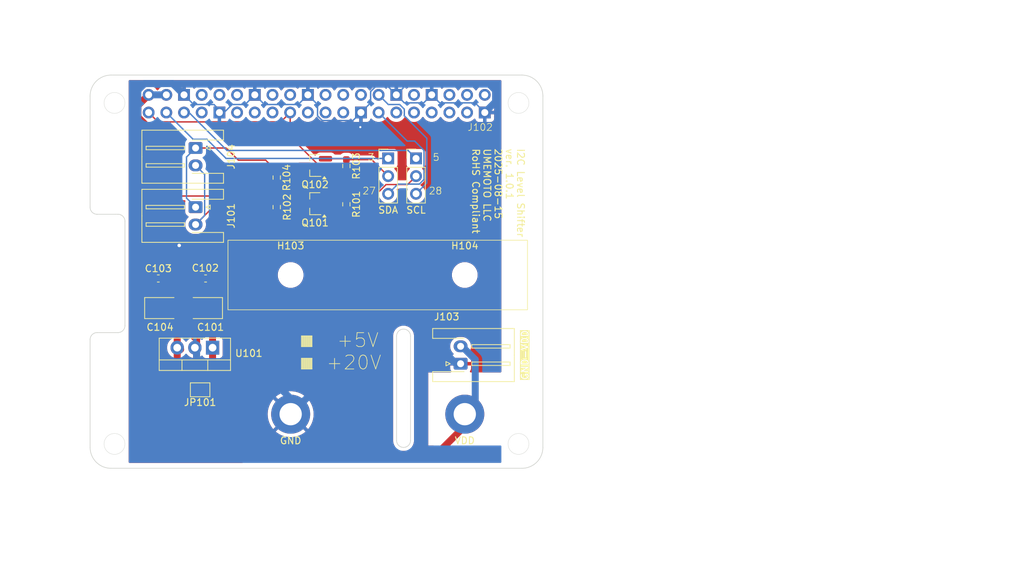
<source format=kicad_pcb>
(kicad_pcb (version 20240108) (generator "pcbnew") (generator_version "8.0")
  (layers (0 "F.Cu" signal) (31 "B.Cu" signal) (34 "B.Paste" user) (35 "F.Paste" user) (36 "B.SilkS" user "B.Silkscreen") (37 "F.SilkS" user "F.Silkscreen") (38 "B.Mask" user) (39 "F.Mask" user) (44 "Edge.Cuts" user))
  (net 0 "")
  (net 1 "VDD")
  (net 2 "GND")
  (net 3 "+5V")
  (net 12 "Net-(J102-ID_SC_I2C0{slash}GPIO01)")
  (net 14 "Net-(J102-SDA_I2C1{slash}GPIO02)")
  (net 24 "Net-(J102-SCL_I2C1{slash}GPIO03)")
  (net 25 "+3V3")
  (net 27 "Net-(J102-ID_SD_I2C0{slash}GPIO00)")
  (net 33 "Net-(JP102-C)")
  (net 34 "Net-(JP103-C)")
  (net 35 "Net-(J101-Pin_2)")
  (net 36 "Net-(J101-Pin_1)")
  (footprint "Connector_PinHeader_2.54mm:PinHeader_1x03_P2.54mm_Vertical" (layer "F.Cu") (at 144 51.75)
    (property "Reference" "JP103" (hide yes))
    (property "Value" "SCL" (at 0 7.41 0) (layer "F.SilkS"))
    (fp_line (start -1.33 -1.33) (end 0 -1.33) (stroke (width 0.12)) (layer "F.SilkS"))
    (fp_line (start -1.33 0) (end -1.33 -1.33) (stroke (width 0.12)) (layer "F.SilkS"))
    (fp_line (start -1.33 1.27) (end -1.33 6.41) (stroke (width 0.12)) (layer "F.SilkS"))
    (fp_line (start -1.33 1.27) (end 1.33 1.27) (stroke (width 0.12)) (layer "F.SilkS"))
    (fp_line (start -1.33 6.41) (end 1.33 6.41) (stroke (width 0.12)) (layer "F.SilkS"))
    (fp_line (start 1.33 1.27) (end 1.33 6.41) (stroke (width 0.12)) (layer "F.SilkS"))
    (pad "1" thru_hole rect (at 0 0) (size 1.7 1.7) (drill 1) (layers "*.Cu" "*.Mask") (net 24 "Net-(J102-SCL_I2C1{slash}GPIO03)"))
    (pad "2" thru_hole oval (at 0 2.54) (size 1.7 1.7) (drill 1) (layers "*.Cu" "*.Mask") (net 34 "Net-(JP103-C)"))
    (pad "3" thru_hole oval (at 0 5.08) (size 1.7 1.7) (drill 1) (layers "*.Cu" "*.Mask") (net 12 "Net-(J102-ID_SC_I2C0{slash}GPIO01)"))
  )
  (footprint "Connector_JST:JST_XH_S2B-XH-A-1_1x02_P2.50mm_Horizontal" (layer "F.Cu") (at 112.35 50.25 -90)
    (property "Reference" "J104" (at 1.25 -5.1 90) (layer "F.SilkS"))
    (property "Value" "i2c")
    (fp_line (start -2.56 7.71) (end -2.56 -4.01) (stroke (width 0.12)) (layer "F.SilkS"))
    (fp_line (start 1.25 7.71) (end -2.56 7.71) (stroke (width 0.12)) (layer "F.SilkS"))
    (fp_line (start 1.25 7.71) (end 5.06 7.71) (stroke (width 0.12)) (layer "F.SilkS"))
    (fp_line (start 5.06 7.71) (end 5.06 -4.01) (stroke (width 0.12)) (layer "F.SilkS"))
    (fp_line (start -0.25 7.1) (end 0.25 7.1) (stroke (width 0.12)) (layer "F.SilkS"))
    (fp_line (start 0.25 7.1) (end 0.25 1.6) (stroke (width 0.12)) (layer "F.SilkS"))
    (fp_line (start 2.25 7.1) (end 2.75 7.1) (stroke (width 0.12)) (layer "F.SilkS"))
    (fp_line (start 2.75 7.1) (end 2.75 1.6) (stroke (width 0.12)) (layer "F.SilkS"))
    (fp_line (start -0.25 1.6) (end -0.25 7.1) (stroke (width 0.12)) (layer "F.SilkS"))
    (fp_line (start 0.25 1.6) (end -0.25 1.6) (stroke (width 0.12)) (layer "F.SilkS"))
    (fp_line (start 2.25 1.6) (end 2.25 7.1) (stroke (width 0.12)) (layer "F.SilkS"))
    (fp_line (start 2.75 1.6) (end 2.25 1.6) (stroke (width 0.12)) (layer "F.SilkS"))
    (fp_line (start 0 -1.5) (end -0.3 -2.1) (stroke (width 0.12)) (layer "F.SilkS"))
    (fp_line (start -0.3 -2.1) (end 0.3 -2.1) (stroke (width 0.12)) (layer "F.SilkS"))
    (fp_line (start 0.3 -2.1) (end 0 -1.5) (stroke (width 0.12)) (layer "F.SilkS"))
    (fp_line (start -2.56 -4.01) (end -1.14 -4.01) (stroke (width 0.12)) (layer "F.SilkS"))
    (fp_line (start -1.14 -4.01) (end -1.14 0.49) (stroke (width 0.12)) (layer "F.SilkS"))
    (fp_line (start 3.64 -4.01) (end 3.64 0.49) (stroke (width 0.12)) (layer "F.SilkS"))
    (fp_line (start 5.06 -4.01) (end 3.64 -4.01) (stroke (width 0.12)) (layer "F.SilkS"))
    (pad "1" thru_hole roundrect (at 0 0 270) (size 1.7 2) (drill 1) (layers "*.Cu" "*.Mask") (roundrect_rratio 0.147059) (net 36 "Net-(J101-Pin_1)"))
    (pad "2" thru_hole oval (at 2.5 0 270) (size 1.7 2) (drill 1) (layers "*.Cu" "*.Mask") (net 35 "Net-(J101-Pin_2)"))
  )
  (footprint "Resistor_SMD:R_0603_1608Metric_Pad0.98x0.95mm_HandSolder" (layer "F.Cu") (at 134 52.8375 -90)
    (property "Reference" "R103" (at 0 -1.43 90) (layer "F.SilkS"))
    (property "Value" "4k7R")
    (fp_line (start -0.254724 0.5225) (end 0.254724 0.5225) (stroke (width 0.12)) (layer "F.SilkS"))
    (fp_line (start -0.254724 -0.5225) (end 0.254724 -0.5225) (stroke (width 0.12)) (layer "F.SilkS"))
    (pad "1" smd roundrect (at -0.9125 0 270) (size 0.975 0.95) (layers "F.Cu" "F.Paste" "F.Mask") (net 33 "Net-(JP102-C)"))
    (pad "2" smd roundrect (at 0.9125 0 270) (size 0.975 0.95) (layers "F.Cu" "F.Paste" "F.Mask") (net 25 "+3V3"))
  )
  (footprint "Package_TO_SOT_SMD:SOT-23_Handsoldering" (layer "F.Cu") (at 129.5 52.75 180)
    (property "Reference" "Q102" (at 0 -2.75 0) (layer "F.SilkS"))
    (property "Value" "BSS138")
    (fp_line (start 0.76 1.58) (end 0.76 0.65) (stroke (width 0.12)) (layer "F.SilkS"))
    (fp_line (start 0.76 1.58) (end -0.7 1.58) (stroke (width 0.12)) (layer "F.SilkS"))
    (fp_line (start 0.76 -1.58) (end 0.76 -0.65) (stroke (width 0.12)) (layer "F.SilkS"))
    (fp_line (start -0.04 -1.58) (end 0.76 -1.58) (stroke (width 0.12)) (layer "F.SilkS"))
    (fp_line (start -0.04 -1.58) (end -0.84 -1.58) (stroke (width 0.12)) (layer "F.SilkS"))
    (fp_poly (pts (xy -1.34 -1.61) (xy -1.58 -1.94) (xy -1.1 -1.94) (xy -1.34 -1.61)) (stroke (width 0.12)) (fill solid) (layer "F.SilkS"))
    (pad "1" smd roundrect (at -1.5 -0.95 180) (size 1.9 0.8) (layers "F.Cu" "F.Paste" "F.Mask") (net 25 "+3V3"))
    (pad "2" smd roundrect (at -1.5 0.95 180) (size 1.9 0.8) (layers "F.Cu" "F.Paste" "F.Mask") (net 33 "Net-(JP102-C)"))
    (pad "3" smd roundrect (at 1.5 0 180) (size 1.9 0.8) (layers "F.Cu" "F.Paste" "F.Mask") (net 36 "Net-(J101-Pin_1)"))
  )
  (footprint "MountingHole:MountingHole_3.2mm_M3_DIN965_Pad" (layer "F.Cu") (at 151 88.5)
    (property "Reference" "H101" (hide yes))
    (property "Value" "VDD" (at 0 3.8 0) (layer "F.SilkS"))
    (pad "1" thru_hole circle (at 0 0) (size 5.6 5.6) (drill 3.2) (layers "*.Cu" "*.Mask") (net 1 "VDD"))
  )
  (footprint "Jumper:SolderJumper-2_P1.3mm_Open_TrianglePad1.0x1.5mm" (layer "F.Cu") (at 113 85 180)
    (property "Reference" "JP101" (at 0 -1.8 0) (layer "F.SilkS"))
    (property "Value" "VDD THRU")
    (fp_line (start 1.4 1) (end -1.4 1) (stroke (width 0.12)) (layer "F.SilkS"))
    (fp_line (start 1.4 -1) (end 1.4 1) (stroke (width 0.12)) (layer "F.SilkS"))
    (fp_line (start -1.4 1) (end -1.4 -1) (stroke (width 0.12)) (layer "F.SilkS"))
    (fp_line (start -1.4 -1) (end 1.4 -1) (stroke (width 0.12)) (layer "F.SilkS"))
    (pad "1" smd custom (at -0.725 0 180) (size 0.3 0.3) (layers "F.Cu" "F.Mask") (net 1 "VDD") (options (clearance outline) (anchor rect)) (primitives (gr_poly (pts (xy 1 0) (xy 0.5 0.75) (xy -0.5 0.75) (xy -0.5 -0.75) (xy 0.5 -0.75)) (width 0) (fill yes))))
    (pad "2" smd custom (at 0.725 0 180) (size 0.3 0.3) (layers "F.Cu" "F.Mask") (net 3 "+5V") (options (clearance outline) (anchor rect)) (primitives (gr_poly (pts (xy 0.5 0.75) (xy -0.65 0.75) (xy -0.15 0) (xy -0.65 -0.75) (xy 0.5 -0.75)) (width 0) (fill yes))))
  )
  (footprint "Capacitor_SMD:C_0603_1608Metric_Pad1.08x0.95mm_HandSolder" (layer "F.Cu") (at 107 69)
    (property "Reference" "C103" (at 0 -1.43 0) (layer "F.SilkS"))
    (property "Value" "22uF 6V")
    (fp_line (start -0.146267 -0.51) (end 0.146267 -0.51) (stroke (width 0.12)) (layer "F.SilkS"))
    (fp_line (start -0.146267 0.51) (end 0.146267 0.51) (stroke (width 0.12)) (layer "F.SilkS"))
    (pad "1" smd roundrect (at -0.8625 0) (size 1.075 0.95) (layers "F.Cu" "F.Paste" "F.Mask") (net 3 "+5V"))
    (pad "2" smd roundrect (at 0.8625 0) (size 1.075 0.95) (layers "F.Cu" "F.Paste" "F.Mask") (net 2 "GND"))
  )
  (footprint "Resistor_SMD:R_0603_1608Metric_Pad0.98x0.95mm_HandSolder" (layer "F.Cu") (at 134 58.3375 -90)
    (property "Reference" "R101" (at 0 -1.43 90) (layer "F.SilkS"))
    (property "Value" "4k7R")
    (fp_line (start -0.254724 0.5225) (end 0.254724 0.5225) (stroke (width 0.12)) (layer "F.SilkS"))
    (fp_line (start -0.254724 -0.5225) (end 0.254724 -0.5225) (stroke (width 0.12)) (layer "F.SilkS"))
    (pad "1" smd roundrect (at -0.9125 0 270) (size 0.975 0.95) (layers "F.Cu" "F.Paste" "F.Mask") (net 34 "Net-(JP103-C)"))
    (pad "2" smd roundrect (at 0.9125 0 270) (size 0.975 0.95) (layers "F.Cu" "F.Paste" "F.Mask") (net 25 "+3V3"))
  )
  (footprint "Resistor_SMD:R_0603_1608Metric_Pad0.98x0.95mm_HandSolder" (layer "F.Cu") (at 124 58.75 90)
    (property "Reference" "R102" (at 0 1.5 90) (layer "F.SilkS"))
    (property "Value" "4k7R")
    (fp_line (start -0.254724 -0.5225) (end 0.254724 -0.5225) (stroke (width 0.12)) (layer "F.SilkS"))
    (fp_line (start -0.254724 0.5225) (end 0.254724 0.5225) (stroke (width 0.12)) (layer "F.SilkS"))
    (pad "1" smd roundrect (at -0.9125 0 90) (size 0.975 0.95) (layers "F.Cu" "F.Paste" "F.Mask") (net 35 "Net-(J101-Pin_2)"))
    (pad "2" smd roundrect (at 0.9125 0 90) (size 0.975 0.95) (layers "F.Cu" "F.Paste" "F.Mask") (net 3 "+5V"))
  )
  (footprint "Capacitor_Tantalum_SMD:CP_EIA-3528-21_Kemet-B" (layer "F.Cu") (at 113.75 73.25 180)
    (property "Reference" "C101" (at -0.75 -2.75 0) (layer "F.SilkS"))
    (property "Value" "22uF")
    (fp_line (start 1.75 -1.51) (end -2.46 -1.51) (stroke (width 0.12)) (layer "F.SilkS"))
    (fp_line (start -2.46 1.51) (end 1.75 1.51) (stroke (width 0.12)) (layer "F.SilkS"))
    (fp_line (start -2.46 -1.51) (end -2.46 1.51) (stroke (width 0.12)) (layer "F.SilkS"))
    (pad "1" smd roundrect (at -1.5375 0 180) (size 1.325 2.35) (layers "F.Cu" "F.Paste" "F.Mask") (roundrect_rratio 0.188679) (net 1 "VDD"))
    (pad "2" smd roundrect (at 1.5375 0 180) (size 1.325 2.35) (layers "F.Cu" "F.Paste" "F.Mask") (roundrect_rratio 0.188679) (net 2 "GND"))
  )
  (footprint "Capacitor_Tantalum_SMD:CP_EIA-3528-21_Kemet-B" (layer "F.Cu") (at 107.5 73.25)
    (property "Reference" "C104" (at -0.25 2.75 0) (layer "F.SilkS"))
    (property "Value" "22uF")
    (fp_line (start -2.46 -1.51) (end -2.46 1.51) (stroke (width 0.12)) (layer "F.SilkS"))
    (fp_line (start -2.46 1.51) (end 1.75 1.51) (stroke (width 0.12)) (layer "F.SilkS"))
    (fp_line (start 1.75 -1.51) (end -2.46 -1.51) (stroke (width 0.12)) (layer "F.SilkS"))
    (pad "1" smd roundrect (at -1.5375 0) (size 1.325 2.35) (layers "F.Cu" "F.Paste" "F.Mask") (roundrect_rratio 0.188679) (net 3 "+5V"))
    (pad "2" smd roundrect (at 1.5375 0) (size 1.325 2.35) (layers "F.Cu" "F.Paste" "F.Mask") (roundrect_rratio 0.188679) (net 2 "GND"))
  )
  (footprint "Capacitor_SMD:C_0603_1608Metric_Pad1.08x0.95mm_HandSolder" (layer "F.Cu") (at 113.7875 69 180)
    (property "Reference" "C102" (at 0.0375 1.5 180) (layer "F.SilkS"))
    (property "Value" "22uF 25V")
    (fp_line (start -0.146267 0.51) (end 0.146267 0.51) (stroke (width 0.12)) (layer "F.SilkS"))
    (fp_line (start -0.146267 -0.51) (end 0.146267 -0.51) (stroke (width 0.12)) (layer "F.SilkS"))
    (pad "1" smd roundrect (at -0.8625 0 180) (size 1.075 0.95) (layers "F.Cu" "F.Paste" "F.Mask") (net 1 "VDD"))
    (pad "2" smd roundrect (at 0.8625 0 180) (size 1.075 0.95) (layers "F.Cu" "F.Paste" "F.Mask") (net 2 "GND"))
  )
  (footprint "RPI_Hat:RPI_Hat_B+" (layer "F.Cu") (at 129.71 43.775)
    (property "Reference" "J102" (at 23.5 3.5 0) (layer "F.SilkS") (effects (font (thickness 0.1))))
    (property "Value" "Raspberry_Pi_4")
    (fp_line (start -32.5 -1) (end -32.5 15) (stroke (width 0.1)) (layer "Edge.Cuts"))
    (fp_line (start -32.5 34) (end -32.5 49.5) (stroke (width 0.1)) (layer "Edge.Cuts"))
    (fp_line (start -31.5 16) (end -28.5 16) (stroke (width 0.1)) (layer "Edge.Cuts"))
    (fp_line (start -31.5 33) (end -28.5 33) (stroke (width 0.1)) (layer "Edge.Cuts"))
    (fp_line (start -29.5 -4) (end 29.5 -4) (stroke (width 0.1)) (layer "Edge.Cuts"))
    (fp_line (start -29.5 52.5) (end 29.5 52.5) (stroke (width 0.1)) (layer "Edge.Cuts"))
    (fp_line (start -27.5 17) (end -27.5 32) (stroke (width 0.1)) (layer "Edge.Cuts"))
    (fp_line (start 11.5 33.5) (end 11.5 48.5) (stroke (width 0.1)) (layer "Edge.Cuts"))
    (fp_line (start 13.5 33.5) (end 13.5 48.5) (stroke (width 0.1)) (layer "Edge.Cuts"))
    (fp_line (start 32.5 -1) (end 32.5 49.5) (stroke (width 0.1)) (layer "Edge.Cuts"))
    (fp_arc (start -32.5 -1) (mid -31.62132 -3.12132) (end -29.5 -4) (stroke (width 0.1)) (layer "Edge.Cuts"))
    (fp_arc (start -32.5 34) (mid -32.207107 33.292893) (end -31.5 33) (stroke (width 0.1)) (layer "Edge.Cuts"))
    (fp_arc (start -31.5 16) (mid -32.207107 15.707107) (end -32.5 15) (stroke (width 0.1)) (layer "Edge.Cuts"))
    (fp_arc (start -29.5 52.5) (mid -31.62132 51.62132) (end -32.5 49.5) (stroke (width 0.1)) (layer "Edge.Cuts"))
    (fp_arc (start -28.5 16) (mid -27.792893 16.292893) (end -27.5 17) (stroke (width 0.1)) (layer "Edge.Cuts"))
    (fp_arc (start -27.5 32) (mid -27.792893 32.707107) (end -28.5 33) (stroke (width 0.1)) (layer "Edge.Cuts"))
    (fp_arc (start 11.5 33.5) (mid 12.5 32.5) (end 13.5 33.5) (stroke (width 0.1)) (layer "Edge.Cuts"))
    (fp_arc (start 13.5 48.5) (mid 12.5 49.5) (end 11.5 48.5) (stroke (width 0.1)) (layer "Edge.Cuts"))
    (fp_arc (start 29.5 -4) (mid 31.62132 -3.12132) (end 32.5 -1) (stroke (width 0.1)) (layer "Edge.Cuts"))
    (fp_arc (start 32.5 49.5) (mid 31.62132 51.62132) (end 29.5 52.5) (stroke (width 0.1)) (layer "Edge.Cuts"))
    (fp_circle (center -29 0) (end -30.500001 -0.000001) (stroke (width 0.05)) (fill none) (layer "Edge.Cuts"))
    (fp_circle (center -29 49) (end -30.500001 49.000001) (stroke (width 0.05)) (fill none) (layer "Edge.Cuts"))
    (fp_circle (center 29 0) (end 30.500001 -0.000001) (stroke (width 0.05)) (fill none) (layer "Edge.Cuts"))
    (fp_circle (center 29 49) (end 30.500001 49.000001) (stroke (width 0.05)) (fill none) (layer "Edge.Cuts"))
    (pad "1" thru_hole circle (at -24.1 1.378 90) (size 1.7 1.7) (drill 1) (layers "*.Cu" "*.Mask") (net 25 "+3V3"))
    (pad "2" thru_hole oval (at -24.1 -1.162 90) (size 1.7 1.7) (drill 1) (layers "*.Cu" "*.Mask") (net 3 "+5V"))
    (pad "3" thru_hole oval (at -21.56 1.378 90) (size 1.7 1.7) (drill 1) (layers "*.Cu" "*.Mask") (net 14 "Net-(J102-SDA_I2C1{slash}GPIO02)"))
    (pad "4" thru_hole oval (at -21.56 -1.162 90) (size 1.7 1.7) (drill 1) (layers "*.Cu" "*.Mask") (net 3 "+5V"))
    (pad "5" thru_hole oval (at -19.02 1.378 90) (size 1.7 1.7) (drill 1) (layers "*.Cu" "*.Mask") (net 24 "Net-(J102-SCL_I2C1{slash}GPIO03)"))
    (pad "6" thru_hole rect (at -19.02 -1.162 90) (size 1.7 1.7) (drill 1) (layers "*.Cu" "*.Mask") (net 2 "GND"))
    (pad "7" thru_hole oval (at -16.48 1.378 90) (size 1.7 1.7) (drill 1) (layers "*.Cu" "*.Mask"))
    (pad "8" thru_hole oval (at -16.48 -1.162 90) (size 1.7 1.7) (drill 1) (layers "*.Cu" "*.Mask"))
    (pad "9" thru_hole rect (at -13.94 1.378 90) (size 1.7 1.7) (drill 1) (layers "*.Cu" "*.Mask") (net 2 "GND"))
    (pad "10" thru_hole oval (at -13.94 -1.162 90) (size 1.7 1.7) (drill 1) (layers "*.Cu" "*.Mask"))
    (pad "11" thru_hole oval (at -11.4 1.378 90) (size 1.7 1.7) (drill 1) (layers "*.Cu" "*.Mask"))
    (pad "12" thru_hole oval (at -11.4 -1.162 90) (size 1.7 1.7) (drill 1) (layers "*.Cu" "*.Mask"))
    (pad "13" thru_hole oval (at -8.86 1.378 90) (size 1.7 1.7) (drill 1) (layers "*.Cu" "*.Mask"))
    (pad "14" thru_hole rect (at -8.86 -1.162 90) (size 1.7 1.7) (drill 1) (layers "*.Cu" "*.Mask") (net 2 "GND"))
    (pad "15" thru_hole oval (at -6.32 1.378 90) (size 1.7 1.7) (drill 1) (layers "*.Cu" "*.Mask"))
    (pad "16" thru_hole oval (at -6.32 -1.162 90) (size 1.7 1.7) (drill 1) (layers "*.Cu" "*.Mask"))
    (pad "17" thru_hole oval (at -3.78 1.378 90) (size 1.7 1.7) (drill 1) (layers "*.Cu" "*.Mask") (net 25 "+3V3"))
    (pad "18" thru_hole oval (at -3.78 -1.162 90) (size 1.7 1.7) (drill 1) (layers "*.Cu" "*.Mask"))
    (pad "19" thru_hole oval (at -1.24 1.378 90) (size 1.7 1.7) (drill 1) (layers "*.Cu" "*.Mask"))
    (pad "20" thru_hole rect (at -1.24 -1.162 90) (size 1.7 1.7) (drill 1) (layers "*.Cu" "*.Mask") (net 2 "GND"))
    (pad "21" thru_hole oval (at 1.3 1.378 90) (size 1.7 1.7) (drill 1) (layers "*.Cu" "*.Mask"))
    (pad "22" thru_hole oval (at 1.3 -1.162 90) (size 1.7 1.7) (drill 1) (layers "*.Cu" "*.Mask"))
    (pad "23" thru_hole oval (at 3.84 1.378 90) (size 1.7 1.7) (drill 1) (layers "*.Cu" "*.Mask"))
    (pad "24" thru_hole oval (at 3.84 -1.162 90) (size 1.7 1.7) (drill 1) (layers "*.Cu" "*.Mask"))
    (pad "25" thru_hole rect (at 6.38 1.378 90) (size 1.7 1.7) (drill 1) (layers "*.Cu" "*.Mask") (net 2 "GND"))
    (pad "26" thru_hole oval (at 6.38 -1.162 90) (size 1.7 1.7) (drill 1) (layers "*.Cu" "*.Mask"))
    (pad "27" thru_hole oval (at 8.92 1.378 90) (size 1.7 1.7) (drill 1) (layers "*.Cu" "*.Mask") (net 27 "Net-(J102-ID_SD_I2C0{slash}GPIO00)"))
    (pad "28" thru_hole oval (at 8.92 -1.162 90) (size 1.7 1.7) (drill 1) (layers "*.Cu" "*.Mask") (net 12 "Net-(J102-ID_SC_I2C0{slash}GPIO01)"))
    (pad "29" thru_hole oval (at 11.46 1.378 90) (size 1.7 1.7) (drill 1) (layers "*.Cu" "*.Mask"))
    (pad "30" thru_hole rect (at 11.46 -1.162 90) (size 1.7 1.7) (drill 1) (layers "*.Cu" "*.Mask") (net 2 "GND"))
    (pad "31" thru_hole oval (at 14 1.378 90) (size 1.7 1.7) (drill 1) (layers "*.Cu" "*.Mask"))
    (pad "32" thru_hole oval (at 14 -1.162 90) (size 1.7 1.7) (drill 1) (layers "*.Cu" "*.Mask"))
    (pad "33" thru_hole oval (at 16.54 1.378 90) (size 1.7 1.7) (drill 1) (layers "*.Cu" "*.Mask"))
    (pad "34" thru_hole rect (at 16.54 -1.162 90) (size 1.7 1.7) (drill 1) (layers "*.Cu" "*.Mask") (net 2 "GND"))
    (pad "35" thru_hole oval (at 19.08 1.378 90) (size 1.7 1.7) (drill 1) (layers "*.Cu" "*.Mask"))
    (pad "36" thru_hole oval (at 19.08 -1.162 90) (size 1.7 1.7) (drill 1) (layers "*.Cu" "*.Mask"))
    (pad "37" thru_hole oval (at 21.62 1.378 90) (size 1.7 1.7) (drill 1) (layers "*.Cu" "*.Mask"))
    (pad "38" thru_hole oval (at 21.62 -1.162 90) (size 1.7 1.7) (drill 1) (layers "*.Cu" "*.Mask"))
    (pad "39" thru_hole rect (at 24.16 1.378 90) (size 1.7 1.7) (drill 1) (layers "*.Cu" "*.Mask") (net 2 "GND"))
    (pad "40" thru_hole oval (at 24.16 -1.162 90) (size 1.7 1.7) (drill 1) (layers "*.Cu" "*.Mask"))
  )
  (footprint "MountingHole:MountingHole_3.2mm_M3_DIN965_Pad" (layer "F.Cu") (at 126 88.5)
    (property "Reference" "H102" (hide yes))
    (property "Value" "GND" (at 0 3.8 0) (layer "F.SilkS"))
    (pad "1" thru_hole circle (at 0 0) (size 5.6 5.6) (drill 3.2) (layers "*.Cu" "*.Mask") (net 2 "GND"))
  )
  (footprint "Package_TO_SOT_THT:TO-220-3_Vertical" (layer "F.Cu") (at 114.79 78.945 180)
    (property "Reference" "U101" (at -5.21 -0.805 0) (layer "F.SilkS"))
    (property "Value" "K7805M-2000")
    (fp_line (start 7.66 -3.27) (end 7.66 1.371) (stroke (width 0.12)) (layer "F.SilkS"))
    (fp_line (start 4.391 -3.27) (end 4.391 -1.76) (stroke (width 0.12)) (layer "F.SilkS"))
    (fp_line (start 0.69 -3.27) (end 0.69 -1.76) (stroke (width 0.12)) (layer "F.SilkS"))
    (fp_line (start -2.58 1.371) (end 7.66 1.371) (stroke (width 0.12)) (layer "F.SilkS"))
    (fp_line (start -2.58 -1.76) (end 7.66 -1.76) (stroke (width 0.12)) (layer "F.SilkS"))
    (fp_line (start -2.58 -3.27) (end 7.66 -3.27) (stroke (width 0.12)) (layer "F.SilkS"))
    (fp_line (start -2.58 -3.27) (end -2.58 1.371) (stroke (width 0.12)) (layer "F.SilkS"))
    (pad "1" thru_hole rect (at 0 0 180) (size 1.905 2) (drill 1.1) (layers "*.Cu" "*.Mask") (net 1 "VDD"))
    (pad "2" thru_hole oval (at 2.54 0 180) (size 1.905 2) (drill 1.1) (layers "*.Cu" "*.Mask") (net 2 "GND"))
    (pad "3" thru_hole oval (at 5.08 0 180) (size 1.905 2) (drill 1.1) (layers "*.Cu" "*.Mask") (net 3 "+5V"))
  )
  (footprint "Connector_PinHeader_2.54mm:PinHeader_1x03_P2.54mm_Vertical" (layer "F.Cu") (at 140 51.75)
    (property "Reference" "JP102" (hide yes))
    (property "Value" "SDA" (at 0 7.41 0) (layer "F.SilkS"))
    (fp_line (start -1.33 -1.33) (end 0 -1.33) (stroke (width 0.12)) (layer "F.SilkS"))
    (fp_line (start -1.33 0) (end -1.33 -1.33) (stroke (width 0.12)) (layer "F.SilkS"))
    (fp_line (start -1.33 1.27) (end -1.33 6.41) (stroke (width 0.12)) (layer "F.SilkS"))
    (fp_line (start -1.33 1.27) (end 1.33 1.27) (stroke (width 0.12)) (layer "F.SilkS"))
    (fp_line (start -1.33 6.41) (end 1.33 6.41) (stroke (width 0.12)) (layer "F.SilkS"))
    (fp_line (start 1.33 1.27) (end 1.33 6.41) (stroke (width 0.12)) (layer "F.SilkS"))
    (pad "1" thru_hole rect (at 0 0) (size 1.7 1.7) (drill 1) (layers "*.Cu" "*.Mask") (net 14 "Net-(J102-SDA_I2C1{slash}GPIO02)"))
    (pad "2" thru_hole oval (at 0 2.54) (size 1.7 1.7) (drill 1) (layers "*.Cu" "*.Mask") (net 33 "Net-(JP102-C)"))
    (pad "3" thru_hole oval (at 0 5.08) (size 1.7 1.7) (drill 1) (layers "*.Cu" "*.Mask") (net 27 "Net-(J102-ID_SD_I2C0{slash}GPIO00)"))
  )
  (footprint "MountingHole:MountingHole_3.2mm_M3" (layer "F.Cu") (at 151 68.5)
    (property "Reference" "H104" (at 0 -4.2 0) (layer "F.SilkS"))
    (property "Value" "MountingHole")
    (pad "" np_thru_hole circle (at 0 0) (size 3.2 3.2) (drill 3.2) (layers "*.Cu" "*.Mask"))
  )
  (footprint "Connector_JST:JST_XH_S2B-XH-A-1_1x02_P2.50mm_Horizontal" (layer "F.Cu") (at 112.35 58.75 -90)
    (property "Reference" "J101" (at 1.25 -5.1 90) (layer "F.SilkS"))
    (property "Value" "i2c")
    (fp_line (start -2.56 7.71) (end -2.56 -4.01) (stroke (width 0.12)) (layer "F.SilkS"))
    (fp_line (start 1.25 7.71) (end -2.56 7.71) (stroke (width 0.12)) (layer "F.SilkS"))
    (fp_line (start 1.25 7.71) (end 5.06 7.71) (stroke (width 0.12)) (layer "F.SilkS"))
    (fp_line (start 5.06 7.71) (end 5.06 -4.01) (stroke (width 0.12)) (layer "F.SilkS"))
    (fp_line (start -0.25 7.1) (end 0.25 7.1) (stroke (width 0.12)) (layer "F.SilkS"))
    (fp_line (start 0.25 7.1) (end 0.25 1.6) (stroke (width 0.12)) (layer "F.SilkS"))
    (fp_line (start 2.25 7.1) (end 2.75 7.1) (stroke (width 0.12)) (layer "F.SilkS"))
    (fp_line (start 2.75 7.1) (end 2.75 1.6) (stroke (width 0.12)) (layer "F.SilkS"))
    (fp_line (start -0.25 1.6) (end -0.25 7.1) (stroke (width 0.12)) (layer "F.SilkS"))
    (fp_line (start 0.25 1.6) (end -0.25 1.6) (stroke (width 0.12)) (layer "F.SilkS"))
    (fp_line (start 2.25 1.6) (end 2.25 7.1) (stroke (width 0.12)) (layer "F.SilkS"))
    (fp_line (start 2.75 1.6) (end 2.25 1.6) (stroke (width 0.12)) (layer "F.SilkS"))
    (fp_line (start 0 -1.5) (end -0.3 -2.1) (stroke (width 0.12)) (layer "F.SilkS"))
    (fp_line (start -0.3 -2.1) (end 0.3 -2.1) (stroke (width 0.12)) (layer "F.SilkS"))
    (fp_line (start 0.3 -2.1) (end 0 -1.5) (stroke (width 0.12)) (layer "F.SilkS"))
    (fp_line (start -2.56 -4.01) (end -1.14 -4.01) (stroke (width 0.12)) (layer "F.SilkS"))
    (fp_line (start -1.14 -4.01) (end -1.14 0.49) (stroke (width 0.12)) (layer "F.SilkS"))
    (fp_line (start 3.64 -4.01) (end 3.64 0.49) (stroke (width 0.12)) (layer "F.SilkS"))
    (fp_line (start 5.06 -4.01) (end 3.64 -4.01) (stroke (width 0.12)) (layer "F.SilkS"))
    (pad "1" thru_hole roundrect (at 0 0 270) (size 1.7 2) (drill 1) (layers "*.Cu" "*.Mask") (roundrect_rratio 0.147059) (net 36 "Net-(J101-Pin_1)"))
    (pad "2" thru_hole oval (at 2.5 0 270) (size 1.7 2) (drill 1) (layers "*.Cu" "*.Mask") (net 35 "Net-(J101-Pin_2)"))
  )
  (footprint "Resistor_SMD:R_0603_1608Metric_Pad0.98x0.95mm_HandSolder" (layer "F.Cu") (at 124 54.5 -90)
    (property "Reference" "R104" (at 0 -1.43 90) (layer "F.SilkS"))
    (property "Value" "4k7R")
    (fp_line (start -0.254724 0.5225) (end 0.254724 0.5225) (stroke (width 0.12)) (layer "F.SilkS"))
    (fp_line (start -0.254724 -0.5225) (end 0.254724 -0.5225) (stroke (width 0.12)) (layer "F.SilkS"))
    (pad "1" smd roundrect (at -0.9125 0 270) (size 0.975 0.95) (layers "F.Cu" "F.Paste" "F.Mask") (net 36 "Net-(J101-Pin_1)"))
    (pad "2" smd roundrect (at 0.9125 0 270) (size 0.975 0.95) (layers "F.Cu" "F.Paste" "F.Mask") (net 3 "+5V"))
  )
  (footprint "MountingHole:MountingHole_3.2mm_M3" (layer "F.Cu") (at 126 68.5)
    (property "Reference" "H103" (at 0 -4.2 0) (layer "F.SilkS"))
    (property "Value" "MountingHole")
    (pad "" np_thru_hole circle (at 0 0) (size 3.2 3.2) (drill 3.2) (layers "*.Cu" "*.Mask"))
  )
  (footprint "Package_TO_SOT_SMD:SOT-23_Handsoldering" (layer "F.Cu") (at 129.5 58.25 180)
    (property "Reference" "Q101" (at 0 -2.75 0) (layer "F.SilkS"))
    (property "Value" "BSS138")
    (fp_line (start 0.76 1.58) (end 0.76 0.65) (stroke (width 0.12)) (layer "F.SilkS"))
    (fp_line (start 0.76 1.58) (end -0.7 1.58) (stroke (width 0.12)) (layer "F.SilkS"))
    (fp_line (start 0.76 -1.58) (end 0.76 -0.65) (stroke (width 0.12)) (layer "F.SilkS"))
    (fp_line (start -0.04 -1.58) (end 0.76 -1.58) (stroke (width 0.12)) (layer "F.SilkS"))
    (fp_line (start -0.04 -1.58) (end -0.84 -1.58) (stroke (width 0.12)) (layer "F.SilkS"))
    (fp_poly (pts (xy -1.34 -1.61) (xy -1.58 -1.94) (xy -1.1 -1.94) (xy -1.34 -1.61)) (stroke (width 0.12)) (fill solid) (layer "F.SilkS"))
    (pad "1" smd roundrect (at -1.5 -0.95 180) (size 1.9 0.8) (layers "F.Cu" "F.Paste" "F.Mask") (net 25 "+3V3"))
    (pad "2" smd roundrect (at -1.5 0.95 180) (size 1.9 0.8) (layers "F.Cu" "F.Paste" "F.Mask") (net 34 "Net-(JP103-C)"))
    (pad "3" smd roundrect (at 1.5 0 180) (size 1.9 0.8) (layers "F.Cu" "F.Paste" "F.Mask") (net 35 "Net-(J101-Pin_2)"))
  )
  (footprint "Connector_JST:JST_XH_S2B-XH-A-1_1x02_P2.50mm_Horizontal" (layer "F.Cu") (at 150.4 81.25 90)
    (property "Reference" "J103" (at 6.75 -2 0) (layer "F.SilkS"))
    (property "Value" "GND-VDD" (at 1.25 9.25 90) (layer "F.SilkS" knockout))
    (fp_line (start 5.06 -4.01) (end 3.64 -4.01) (stroke (width 0.12)) (layer "F.SilkS"))
    (fp_line (start 3.64 -4.01) (end 3.64 0.49) (stroke (width 0.12)) (layer "F.SilkS"))
    (fp_line (start -1.14 -4.01) (end -1.14 0.49) (stroke (width 0.12)) (layer "F.SilkS"))
    (fp_line (start -2.56 -4.01) (end -1.14 -4.01) (stroke (width 0.12)) (layer "F.SilkS"))
    (fp_line (start 0.3 -2.1) (end 0 -1.5) (stroke (width 0.12)) (layer "F.SilkS"))
    (fp_line (start -0.3 -2.1) (end 0.3 -2.1) (stroke (width 0.12)) (layer "F.SilkS"))
    (fp_line (start 0 -1.5) (end -0.3 -2.1) (stroke (width 0.12)) (layer "F.SilkS"))
    (fp_line (start 2.75 1.6) (end 2.25 1.6) (stroke (width 0.12)) (layer "F.SilkS"))
    (fp_line (start 2.25 1.6) (end 2.25 7.1) (stroke (width 0.12)) (layer "F.SilkS"))
    (fp_line (start 0.25 1.6) (end -0.25 1.6) (stroke (width 0.12)) (layer "F.SilkS"))
    (fp_line (start -0.25 1.6) (end -0.25 7.1) (stroke (width 0.12)) (layer "F.SilkS"))
    (fp_line (start 2.75 7.1) (end 2.75 1.6) (stroke (width 0.12)) (layer "F.SilkS"))
    (fp_line (start 2.25 7.1) (end 2.75 7.1) (stroke (width 0.12)) (layer "F.SilkS"))
    (fp_line (start 0.25 7.1) (end 0.25 1.6) (stroke (width 0.12)) (layer "F.SilkS"))
    (fp_line (start -0.25 7.1) (end 0.25 7.1) (stroke (width 0.12)) (layer "F.SilkS"))
    (fp_line (start 5.06 7.71) (end 5.06 -4.01) (stroke (width 0.12)) (layer "F.SilkS"))
    (fp_line (start 1.25 7.71) (end 5.06 7.71) (stroke (width 0.12)) (layer "F.SilkS"))
    (fp_line (start 1.25 7.71) (end -2.56 7.71) (stroke (width 0.12)) (layer "F.SilkS"))
    (fp_line (start -2.56 7.71) (end -2.56 -4.01) (stroke (width 0.12)) (layer "F.SilkS"))
    (pad "1" thru_hole roundrect (at 0 0 90) (size 1.7 2) (drill 1) (layers "*.Cu" "*.Mask") (roundrect_rratio 0.147059) (net 2 "GND"))
    (pad "2" thru_hole oval (at 2.5 0 90) (size 1.7 2) (drill 1) (layers "*.Cu" "*.Mask") (net 1 "VDD"))
  )
  (gr_rect (start 117 63.5) (end 160 73.5) (stroke (width 0.1)) (fill none) (layer "F.SilkS"))
  (gr_text " 3           5  \n\n\n27          28" (at 136.25 51 0) (layer "F.SilkS") (effects (font (size 1 1) (thickness 0.1)) (justify left top)))
  (gr_text "■  +5V\n■ +20V" (at 127 82.25 0) (layer "F.SilkS") (effects (font (size 2 2) (thickness 0.1)) (justify left bottom)))
  (gr_text "I2C Level Shifter \nver. 1.0.1\n2025-08-15 \nUMEMOTO LLC\nRoHS Compliant" (at 152 50.25 270) (layer "F.SilkS") (effects (font (size 1 1)) (justify left bottom)))
  (segment (start 115.2875 73.25) (end 115.2875 69.4625) (width 1) (layer "F.Cu") (net 1))
  (segment (start 114.79 78.945) (end 114.79 83.935) (width 1) (layer "F.Cu") (net 1))
  (segment (start 151 90.209797) (end 146.932204 94.277593) (width 1) (layer "F.Cu") (net 1))
  (segment (start 146.932204 94.277593) (end 119.277593 94.277593) (width 1) (layer "F.Cu") (net 1))
  (segment (start 114.79 73.7475) (end 115.2875 73.25) (width 1) (layer "F.Cu") (net 1))
  (segment (start 114.79 78.945) (end 114.79 73.7475) (width 1) (layer "F.Cu") (net 1))
  (segment (start 119.277593 94.277593) (end 113.725 88.725) (width 1) (layer "F.Cu") (net 1))
  (segment (start 114.79 83.935) (end 113.725 85) (width 1) (layer "F.Cu") (net 1))
  (segment (start 113.725 88.725) (end 113.725 85) (width 1) (layer "F.Cu") (net 1))
  (segment (start 115.2875 69.4625) (end 114.825 69) (width 1) (layer "F.Cu") (net 1))
  (segment (start 152.5 87) (end 152.5 80.64957) (width 1) (layer "B.Cu") (net 1))
  (segment (start 150.60043 78.75) (end 150.4 78.75) (width 1) (layer "B.Cu") (net 1))
  (segment (start 151 88.5) (end 152.5 87) (width 1) (layer "B.Cu") (net 1))
  (segment (start 152.5 80.64957) (end 150.60043 78.75) (width 1) (layer "B.Cu") (net 1))
  (segment (start 151 86.25) (end 151 90.209797) (width 1) (layer "B.Cu") (net 1))
  (segment (start 108.0375 72.25) (end 109.0375 73.25) (width 1) (layer "F.Cu") (net 2))
  (segment (start 109.75 69) (end 110 68.75) (width 1) (layer "F.Cu") (net 2))
  (segment (start 136 47.25) (end 136.09 47.16) (width 0.2) (layer "F.Cu") (net 2))
  (segment (start 110 68.75) (end 110 67.25) (width 1) (layer "F.Cu") (net 2))
  (segment (start 110.51875 75.76875) (end 112.5 77.75) (width 1) (layer "F.Cu") (net 2))
  (segment (start 110 69) (end 110 67.25) (width 1) (layer "F.Cu") (net 2))
  (segment (start 110.75 74) (end 110.51875 74.23125) (width 1) (layer "F.Cu") (net 2))
  (segment (start 108.0375 69) (end 109.75 69) (width 1) (layer "F.Cu") (net 2))
  (segment (start 112.75 69) (end 110 69) (width 1) (layer "F.Cu") (net 2))
  (segment (start 112.75 72.7125) (end 112.2125 73.25) (width 1) (layer "F.Cu") (net 2))
  (segment (start 110.51875 74.23125) (end 109.5375 73.25) (width 1) (layer "F.Cu") (net 2))
  (segment (start 112.5 77.75) (end 112.5 78.945) (width 1) (layer "F.Cu") (net 2))
  (segment (start 108.0375 69) (end 108.0375 72.25) (width 1) (layer "F.Cu") (net 2))
  (segment (start 111.5 73.25) (end 110.51875 74.23125) (width 1) (layer "F.Cu") (net 2))
  (segment (start 110.51875 74.23125) (end 110.51875 75.76875) (width 1) (layer "F.Cu") (net 2))
  (segment (start 110 64.25) (end 110 67.25) (width 1) (layer "F.Cu") (net 2))
  (segment (start 112.75 69) (end 112.75 72.7125) (width 1) (layer "F.Cu") (net 2))
  (segment (start 136.09 47.16) (end 136.09 45.153) (width 0.2) (layer "F.Cu") (net 2))
  (via (at 110 64.25) (size 1) (drill 0.5) (layers "F.Cu" "B.Cu") (net 2))
  (via (at 136 47.25) (size 0.6) (drill 0.3) (layers "F.Cu" "B.Cu") (net 2))
  (segment (start 104.06 52.06) (end 104.06 41.965) (width 1) (layer "B.Cu") (net 2))
  (segment (start 127.083 44) (end 128.47 42.613) (width 0.2) (layer "B.Cu") (net 2))
  (segment (start 142.32 43.763) (end 145.1 43.763) (width 0.2) (layer "B.Cu") (net 2))
  (segment (start 129.86 44.003) (end 128.47 42.613) (width 0.2) (layer "B.Cu") (net 2))
  (segment (start 115.77 44.783) (end 115.77 45.153) (width 0.2) (layer "B.Cu") (net 2))
  (segment (start 120.75 41.063) (end 128.5 41.063) (width 1) (layer "B.Cu") (net 2))
  (segment (start 112.077 44) (end 114.987 44) (width 0.2) (layer "B.Cu") (net 2))
  (segment (start 128.47 41.093) (end 128.5 41.063) (width 0.2) (layer "B.Cu") (net 2))
  (segment (start 109.2885 41.2115) (end 110.69 42.613) (width 1) (layer "B.Cu") (net 2))
  (segment (start 130.533654 46.303) (end 129.86 45.629346) (width 0.2) (layer "B.Cu") (net 2))
  (segment (start 120.85 41.163) (end 120.75 41.063) (width 0.2) (layer "B.Cu") (net 2))
  (segment (start 149.75 81.25) (end 143.772407 75.272407) (width 1) (layer "B.Cu") (net 2))
  (segment (start 105.025 41) (end 109.077 41) (width 1) (layer "B.Cu") (net 2))
  (segment (start 122.8 83.05) (end 126 86.25) (width 1) (layer "B.Cu") (net 2))
  (segment (start 120.85 42.613) (end 119.463 44) (width 0.2) (layer "B.Cu") (net 2))
  (segment (start 137.48 43.763) (end 137.48 42.136654) (width 0.2) (layer "B.Cu") (net 2))
  (segment (start 114.8 83.05) (end 122.8 83.05) (width 1) (layer "B.Cu") (net 2))
  (segment (start 142.5 41.283) (end 142.5 41.063) (width 0.2) (layer "B.Cu") (net 2))
  (segment (start 137.48 42.136654) (end 138.153654 41.463) (width 0.2) (layer "B.Cu") (net 2))
  (segment (start 109.2885 41.2115) (end 109.437 41.063) (width 1) (layer "B.Cu") (net 2))
  (segment (start 109.077 41) (end 109.2885 41.2115) (width 1) (layer "B.Cu") (net 2))
  (segment (start 146.25 42.613) (end 146.25 41.063) (width 0.2) (layer "B.Cu") (net 2))
  (segment (start 134.94 46.303) (end 130.533654 46.303) (width 0.2) (layer "B.Cu") (net 2))
  (segment (start 129.86 45.629346) (end 129.86 44.003) (width 0.2) (layer "B.Cu") (net 2))
  (segment (start 145.1 43.763) (end 146.25 42.613) (width 0.2) (layer "B.Cu") (net 2))
  (segment (start 128.5 41.063) (end 142.5 41.063) (width 1) (layer "B.Cu") (net 2))
  (segment (start 136.09 45.153) (end 137.48 43.763) (width 0.2) (layer "B.Cu") (net 2))
  (segment (start 146.25 42.613) (end 147.4 43.763) (width 0.2) (layer "B.Cu") (net 2))
  (segment (start 143.772407 75.272407) (end 139.227593 75.272407) (width 1) (layer "B.Cu") (net 2))
  (segment (start 138.153654 41.463) (end 140.02 41.463) (width 0.2) (layer "B.Cu") (net 2))
  (segment (start 142.5 41.063) (end 146.25 41.063) (width 1) (layer "B.Cu") (net 2))
  (segment (start 136.09 45.153) (end 134.94 46.303) (width 0.2) (layer "B.Cu") (net 2))
  (segment (start 104.06 41.965) (end 105.025 41) (width 1) (layer "B.Cu") (net 2))
  (segment (start 146.25 41.063) (end 154.512032 41.063) (width 1) (layer "B.Cu") (net 2))
  (segment (start 117.596654 44) (end 116.443654 45.153) (width 0.2) (layer "B.Cu") (net 2))
  (segment (start 119.463 44) (end 117.596654 44) (width 0.2) (layer "B.Cu") (net 2))
  (segment (start 109.437 41.063) (end 120.75 41.063) (width 1) (layer "B.Cu") (net 2))
  (segment (start 139.227593 75.272407) (end 126 88.5) (width 1) (layer "B.Cu") (net 2))
  (segment (start 114.987 44) (end 115.77 44.783) (width 0.2) (layer "B.Cu") (net 2))
  (segment (start 141.17 42.613) (end 142.5 41.283) (width 0.2) (layer "B.Cu") (net 2))
  (segment (start 110.69 42.613) (end 112.077 44) (width 0.2) (layer "B.Cu") (net 2))
  (segment (start 120.85 42.613) (end 122.237 44) (width 0.2) (layer "B.Cu") (net 2))
  (segment (start 112.5 78.945) (end 112.5 80.75) (width 1) (layer "B.Cu") (net 2))
  (segment (start 122.237 44) (end 127.083 44) (width 0.2) (layer "B.Cu") (net 2))
  (segment (start 116.443654 45.153) (end 115.77 45.153) (width 0.2) (layer "B.Cu") (net 2))
  (segment (start 110 58) (end 104.06 52.06) (width 1) (layer "B.Cu") (net 2))
  (segment (start 150.4 81.25) (end 149.75 81.25) (width 1) (layer "B.Cu") (net 2))
  (segment (start 140.02 41.463) (end 141.17 42.613) (width 0.2) (layer "B.Cu") (net 2))
  (segment (start 154.512032 41.063) (end 155.42 41.970968) (width 1) (layer "B.Cu") (net 2))
  (segment (start 141.17 42.613) (end 142.32 43.763) (width 0.2) (layer "B.Cu") (net 2))
  (segment (start 112.5 80.75) (end 114.8 83.05) (width 1) (layer "B.Cu") (net 2))
  (segment (start 120.85 42.613) (end 120.85 41.163) (width 0.2) (layer "B.Cu") (net 2))
  (segment (start 155.42 41.970968) (end 155.42 43.603) (width 1) (layer "B.Cu") (net 2))
  (segment (start 147.4 43.763) (end 152.48 43.763) (width 0.2) (layer "B.Cu") (net 2))
  (segment (start 152.48 43.763) (end 153.87 45.153) (width 0.2) (layer "B.Cu") (net 2))
  (segment (start 155.42 43.603) (end 153.87 45.153) (width 1) (layer "B.Cu") (net 2))
  (segment (start 128.47 42.613) (end 128.47 41.093) (width 0.2) (layer "B.Cu") (net 2))
  (segment (start 110 64.25) (end 110 58) (width 1) (layer "B.Cu") (net 2))
  (segment (start 105.75 57.25) (end 105.75 47.485032) (width 1) (layer "F.Cu") (net 3))
  (segment (start 124 56.75) (end 123.6 57.15) (width 0.2) (layer "F.Cu") (net 3))
  (segment (start 105.75 47.485032) (end 104.06 45.795032) (width 1) (layer "F.Cu") (net 3))
  (segment (start 104.06 44.163) (end 105.61 42.613) (width 1) (layer "F.Cu") (net 3))
  (segment (start 105.75 68.7875) (end 105.75 57.25) (width 1) (layer "F.Cu") (net 3))
  (segment (start 104.46 46.71) (end 104.46 43.763) (width 0.2) (layer "F.Cu") (net 3))
  (segment (start 105.9625 69) (end 105.75 68.7875) (width 1) (layer "F.Cu") (net 3))
  (segment (start 109.71 78.945) (end 109.71 82.689903) (width 1) (layer "F.Cu") (net 3))
  (segment (start 104.46 43.763) (end 105.61 42.613) (width 0.2) (layer "F.Cu") (net 3))
  (segment (start 109.96 78.945) (end 110.21 79.195) (width 1) (layer "F.Cu") (net 3))
  (segment (start 106.4625 69.5) (end 106.4625 73.25) (width 1) (layer "F.Cu") (net 3))
  (segment (start 124 56.75) (end 124 57.8375) (width 0.2) (layer "F.Cu") (net 3))
  (segment (start 109.71 82.689903) (end 112.020097 85) (width 1) (layer "F.Cu") (net 3))
  (segment (start 123.6 57.15) (end 105.85 57.15) (width 0.2) (layer "F.Cu") (net 3))
  (segment (start 109.71 78.945) (end 109.71 76.9975) (width 1) (layer "F.Cu") (net 3))
  (segment (start 105.9625 69) (end 106.4625 69.5) (width 1) (layer "F.Cu") (net 3))
  (segment (start 124 55.4125) (end 124 56.75) (width 0.2) (layer "F.Cu") (net 3))
  (segment (start 104.06 45.795032) (end 104.06 44.163) (width 1) (layer "F.Cu") (net 3))
  (segment (start 109.71 76.9975) (end 105.9625 73.25) (width 1) (layer "F.Cu") (net 3))
  (segment (start 105.85 57.15) (end 105.75 57.25) (width 0.2) (layer "F.Cu") (net 3))
  (segment (start 105.61 42.613) (end 108.15 42.613) (width 1) (layer "B.Cu") (net 3))
  (segment (start 140.017 44) (end 138.63 42.613) (width 0.2) (layer "B.Cu") (net 12))
  (segment (start 141.643346 44) (end 140.017 44) (width 0.2) (layer "B.Cu") (net 12))
  (segment (start 142.32 45.629346) (end 142.32 44.676654) (width 0.2) (layer "B.Cu") (net 12))
  (segment (start 144 56.83) (end 145.55 55.28) (width 0.2) (layer "B.Cu") (net 12))
  (segment (start 145.55 48.859346) (end 142.32 45.629346) (width 0.2) (layer "B.Cu") (net 12))
  (segment (start 142.32 44.676654) (end 141.643346 44) (width 0.2) (layer "B.Cu") (net 12))
  (segment (start 145.55 55.28) (end 145.55 48.859346) (width 0.2) (layer "B.Cu") (net 12))
  (segment (start 108.15 45.153) (end 111.997 49) (width 0.2) (layer "B.Cu") (net 14))
  (segment (start 113.971314 49) (end 116.721314 51.75) (width 0.2) (layer "B.Cu") (net 14))
  (segment (start 116.721314 51.75) (end 140 51.75) (width 0.2) (layer "B.Cu") (net 14))
  (segment (start 111.997 49) (end 113.971314 49) (width 0.2) (layer "B.Cu") (net 14))
  (segment (start 116.85 50.6) (end 111.403 45.153) (width 0.2) (layer "B.Cu") (net 24))
  (segment (start 111.403 45.153) (end 110.69 45.153) (width 0.2) (layer "B.Cu") (net 24))
  (segment (start 142.85 50.6) (end 116.85 50.6) (width 0.2) (layer "B.Cu") (net 24))
  (segment (start 144 51.75) (end 142.85 50.6) (width 0.2) (layer "B.Cu") (net 24))
  (segment (start 131 53.7) (end 133.95 53.7) (width 0.2) (layer "F.Cu") (net 25))
  (segment (start 105.61 45.153) (end 106.957 46.5) (width 0.2) (layer "F.Cu") (net 25))
  (segment (start 125.93 45.153) (end 125.93 48.63) (width 0.2) (layer "F.Cu") (net 25))
  (segment (start 134.2 59.2) (end 134.25 59.25) (width 0.2) (layer "F.Cu") (net 25))
  (segment (start 106.957 46.5) (end 124.583 46.5) (width 0.2) (layer "F.Cu") (net 25))
  (segment (start 125.93 48.63) (end 131 53.7) (width 0.2) (layer "F.Cu") (net 25))
  (segment (start 124.583 46.5) (end 125.93 45.153) (width 0.2) (layer "F.Cu") (net 25))
  (segment (start 129.75 57.95) (end 129.75 54.95) (width 0.2) (layer "F.Cu") (net 25))
  (segment (start 132 59.2) (end 134.2 59.2) (width 0.2) (layer "F.Cu") (net 25))
  (segment (start 131 59.2) (end 129.75 57.95) (width 0.2) (layer "F.Cu") (net 25))
  (segment (start 129.75 54.95) (end 131 53.7) (width 0.2) (layer "F.Cu") (net 25))
  (segment (start 133.95 53.7) (end 134 53.75) (width 0.2) (layer "F.Cu") (net 25))
  (segment (start 141.39 55.44) (end 144.476346 55.44) (width 0.2) (layer "B.Cu") (net 27))
  (segment (start 140 56.83) (end 141.39 55.44) (width 0.2) (layer "B.Cu") (net 27))
  (segment (start 145.15 50.6) (end 143.8 49.25) (width 0.2) (layer "B.Cu") (net 27))
  (segment (start 142.727 49.25) (end 138.63 45.153) (width 0.2) (layer "B.Cu") (net 27))
  (segment (start 144.476346 55.44) (end 145.15 54.766346) (width 0.2) (layer "B.Cu") (net 27))
  (segment (start 143.8 49.25) (end 142.727 49.25) (width 0.2) (layer "B.Cu") (net 27))
  (segment (start 145.15 54.766346) (end 145.15 50.6) (width 0.2) (layer "B.Cu") (net 27))
  (segment (start 134 51.925) (end 137.635 51.925) (width 0.2) (layer "F.Cu") (net 33))
  (segment (start 133.875 51.8) (end 134 51.925) (width 0.2) (layer "F.Cu") (net 33))
  (segment (start 131 51.8) (end 133.875 51.8) (width 0.2) (layer "F.Cu") (net 33))
  (segment (start 137.635 51.925) (end 140 54.29) (width 0.2) (layer "F.Cu") (net 33))
  (segment (start 134.25 57.425) (end 137.825 57.425) (width 0.2) (layer "F.Cu") (net 34))
  (segment (start 137.825 57.378654) (end 139.703654 55.5) (width 0.2) (layer "F.Cu") (net 34))
  (segment (start 139.703654 55.5) (end 142.79 55.5) (width 0.2) (layer "F.Cu") (net 34))
  (segment (start 142.79 55.5) (end 144 54.29) (width 0.2) (layer "F.Cu") (net 34))
  (segment (start 132.125 57.425) (end 132 57.3) (width 0.2) (layer "F.Cu") (net 34))
  (segment (start 134.25 57.425) (end 132.125 57.425) (width 0.2) (layer "F.Cu") (net 34))
  (segment (start 137.825 57.425) (end 137.825 57.378654) (width 0.2) (layer "F.Cu") (net 34))
  (segment (start 112.35 61.25) (end 115.1 58.5) (width 0.2) (layer "F.Cu") (net 35))
  (segment (start 122.8375 58.5) (end 124 59.6625) (width 0.2) (layer "F.Cu") (net 35))
  (segment (start 124 59.6625) (end 126.5875 59.6625) (width 0.2) (layer "F.Cu") (net 35))
  (segment (start 126.5875 59.6625) (end 128 58.25) (width 0.2) (layer "F.Cu") (net 35))
  (segment (start 115.1 58.5) (end 122.8375 58.5) (width 0.2) (layer "F.Cu") (net 35))
  (segment (start 112.35 61.25) (end 113.65 59.95) (width 0.2) (layer "B.Cu") (net 35))
  (segment (start 113.65 59.95) (end 113.65 54.05) (width 0.2) (layer "B.Cu") (net 35))
  (segment (start 113.65 54.05) (end 112.35 52.75) (width 0.2) (layer "B.Cu") (net 35))
  (segment (start 122.4125 52) (end 124 53.5875) (width 0.2) (layer "F.Cu") (net 36))
  (segment (start 118.5 52) (end 122.4125 52) (width 0.2) (layer "F.Cu") (net 36))
  (segment (start 116.75 50.25) (end 118.5 52) (width 0.2) (layer "F.Cu") (net 36))
  (segment (start 112.35 50.25) (end 116.75 50.25) (width 0.2) (layer "F.Cu") (net 36))
  (segment (start 127.1625 53.5875) (end 128 52.75) (width 0.2) (layer "F.Cu") (net 36))
  (segment (start 124 53.5875) (end 127.1625 53.5875) (width 0.2) (layer "F.Cu") (net 36))
  (segment (start 112.35 50.25) (end 111.05 51.55) (width 0.2) (layer "B.Cu") (net 36))
  (segment (start 111.05 57.45) (end 112.35 58.75) (width 0.2) (layer "B.Cu") (net 36))
  (segment (start 111.05 51.55) (end 111.05 57.45) (width 0.2) (layer "B.Cu") (net 36))
  (zone (net 0) (net_name "") (layers "F&B.Cu") (name "ねじよ") (connect_pads (clearance 0)) (min_thickness 0.25)
    (keepout (tracks allowed) (vias allowed) (pads allowed) (copperpour not_allowed) (footprints allowed))
    (fill (thermal_gap 0.5) (thermal_bridge_width 0.5))
    (polygon (pts (xy 145.75 93) (xy 156.5 93) (xy 156.5 82.5) (xy 145.75 82.5)))
  )
  (zone (net 2) (net_name "GND") (layers "F&B.Cu") (connect_pads (clearance 0.5)) (min_thickness 0.25) (fill yes (thermal_gap 0.5) (thermal_bridge_width 0.5))
    (polygon (pts (xy 102.75 95.5) (xy 156.25 95.5) (xy 156.25 40.5) (xy 102.75 40.5)))
  )
)
</source>
